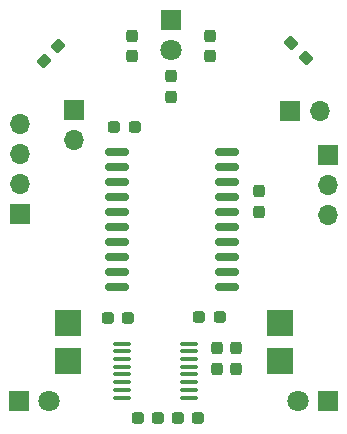
<source format=gbr>
G04 #@! TF.GenerationSoftware,KiCad,Pcbnew,(5.99.0-12170-ge0011fcd93)*
G04 #@! TF.CreationDate,2021-10-18T14:42:09-07:00*
G04 #@! TF.ProjectId,microbug,6d696372-6f62-4756-972e-6b696361645f,rev?*
G04 #@! TF.SameCoordinates,Original*
G04 #@! TF.FileFunction,Soldermask,Top*
G04 #@! TF.FilePolarity,Negative*
%FSLAX46Y46*%
G04 Gerber Fmt 4.6, Leading zero omitted, Abs format (unit mm)*
G04 Created by KiCad (PCBNEW (5.99.0-12170-ge0011fcd93)) date 2021-10-18 14:42:09*
%MOMM*%
%LPD*%
G01*
G04 APERTURE LIST*
G04 Aperture macros list*
%AMRoundRect*
0 Rectangle with rounded corners*
0 $1 Rounding radius*
0 $2 $3 $4 $5 $6 $7 $8 $9 X,Y pos of 4 corners*
0 Add a 4 corners polygon primitive as box body*
4,1,4,$2,$3,$4,$5,$6,$7,$8,$9,$2,$3,0*
0 Add four circle primitives for the rounded corners*
1,1,$1+$1,$2,$3*
1,1,$1+$1,$4,$5*
1,1,$1+$1,$6,$7*
1,1,$1+$1,$8,$9*
0 Add four rect primitives between the rounded corners*
20,1,$1+$1,$2,$3,$4,$5,0*
20,1,$1+$1,$4,$5,$6,$7,0*
20,1,$1+$1,$6,$7,$8,$9,0*
20,1,$1+$1,$8,$9,$2,$3,0*%
G04 Aperture macros list end*
%ADD10RoundRect,0.237500X-0.237500X0.287500X-0.237500X-0.287500X0.237500X-0.287500X0.237500X0.287500X0*%
%ADD11RoundRect,0.237500X0.371231X-0.035355X-0.035355X0.371231X-0.371231X0.035355X0.035355X-0.371231X0*%
%ADD12RoundRect,0.237500X0.237500X-0.287500X0.237500X0.287500X-0.237500X0.287500X-0.237500X-0.287500X0*%
%ADD13R,1.700000X1.700000*%
%ADD14O,1.700000X1.700000*%
%ADD15RoundRect,0.237500X-0.035355X-0.371231X0.371231X0.035355X0.035355X0.371231X-0.371231X-0.035355X0*%
%ADD16R,2.200000X2.200000*%
%ADD17RoundRect,0.150000X-0.875000X-0.150000X0.875000X-0.150000X0.875000X0.150000X-0.875000X0.150000X0*%
%ADD18RoundRect,0.237500X-0.287500X-0.237500X0.287500X-0.237500X0.287500X0.237500X-0.287500X0.237500X0*%
%ADD19RoundRect,0.237500X0.287500X0.237500X-0.287500X0.237500X-0.287500X-0.237500X0.287500X-0.237500X0*%
%ADD20R,1.800000X1.800000*%
%ADD21C,1.800000*%
%ADD22RoundRect,0.100000X-0.637500X-0.100000X0.637500X-0.100000X0.637500X0.100000X-0.637500X0.100000X0*%
G04 APERTURE END LIST*
D10*
X70649000Y-41754001D03*
X70649000Y-43504001D03*
D11*
X85381000Y-43631000D03*
X84143564Y-42393564D03*
D10*
X77253000Y-41754000D03*
X77253000Y-43504000D03*
D12*
X73951000Y-46904999D03*
X73951000Y-45154999D03*
D13*
X87259000Y-51839000D03*
D14*
X87259000Y-54379000D03*
X87259000Y-56919000D03*
D15*
X63188564Y-43852436D03*
X64426000Y-42615000D03*
D10*
X79502000Y-68227000D03*
X79502000Y-69977000D03*
X77851000Y-68227000D03*
X77851000Y-69977000D03*
D16*
X65278000Y-66091000D03*
X65278000Y-69291000D03*
X83185000Y-69291000D03*
X83185000Y-66091000D03*
D17*
X69428000Y-51625000D03*
X69428000Y-52895000D03*
X69428000Y-54165000D03*
X69428000Y-55435000D03*
X69428000Y-56705000D03*
X69428000Y-57975000D03*
X69428000Y-59245000D03*
X69428000Y-60515000D03*
X69428000Y-61785000D03*
X69428000Y-63055000D03*
X78728000Y-63055000D03*
X78728000Y-61785000D03*
X78728000Y-60515000D03*
X78728000Y-59245000D03*
X78728000Y-57975000D03*
X78728000Y-56705000D03*
X78728000Y-55435000D03*
X78728000Y-54165000D03*
X78728000Y-52895000D03*
X78728000Y-51625000D03*
D18*
X68594000Y-65659000D03*
X70344000Y-65659000D03*
D19*
X70875000Y-49476000D03*
X69125000Y-49476000D03*
X78091000Y-65532000D03*
X76341000Y-65532000D03*
D13*
X65786000Y-48006000D03*
D14*
X65786000Y-50546000D03*
D20*
X61087000Y-72644000D03*
D21*
X63627000Y-72644000D03*
D20*
X87249000Y-72644000D03*
D21*
X84709000Y-72644000D03*
D22*
X69781500Y-67829000D03*
X69781500Y-68479000D03*
X69781500Y-69129000D03*
X69781500Y-69779000D03*
X69781500Y-70429000D03*
X69781500Y-71079000D03*
X69781500Y-71729000D03*
X69781500Y-72379000D03*
X75506500Y-72379000D03*
X75506500Y-71729000D03*
X75506500Y-71079000D03*
X75506500Y-70429000D03*
X75506500Y-69779000D03*
X75506500Y-69129000D03*
X75506500Y-68479000D03*
X75506500Y-67829000D03*
D13*
X84069000Y-48158400D03*
D14*
X86609000Y-48158400D03*
D10*
X81400000Y-54925000D03*
X81400000Y-56675000D03*
D18*
X71134000Y-74117200D03*
X72884000Y-74117200D03*
D19*
X76287600Y-74117200D03*
X74537600Y-74117200D03*
D13*
X61200000Y-56800000D03*
D14*
X61200000Y-54260000D03*
X61200000Y-51720000D03*
X61200000Y-49180000D03*
D20*
X73951000Y-40456000D03*
D21*
X73951000Y-42996000D03*
M02*

</source>
